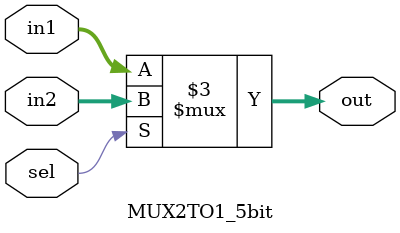
<source format=v>
module MUX2TO1 (
    out, in1, in2, sel
);

    output [31: 0] out;
    input [31: 0] in1, in2;
    input sel;

    always @ (*)
    begin
        if (sel) out <= in2;
        else out <= in1;
    end
endmodule

module MUX2TO1_5bit(
    out, in1, in2, sel
);
    output [4: 0] out;
    input [4: 0] in1, in2;
    input sel;

    always @ (*)
    begin
        if (sel) out <= in2;
        else out <= in1;
    end
endmodule
</source>
